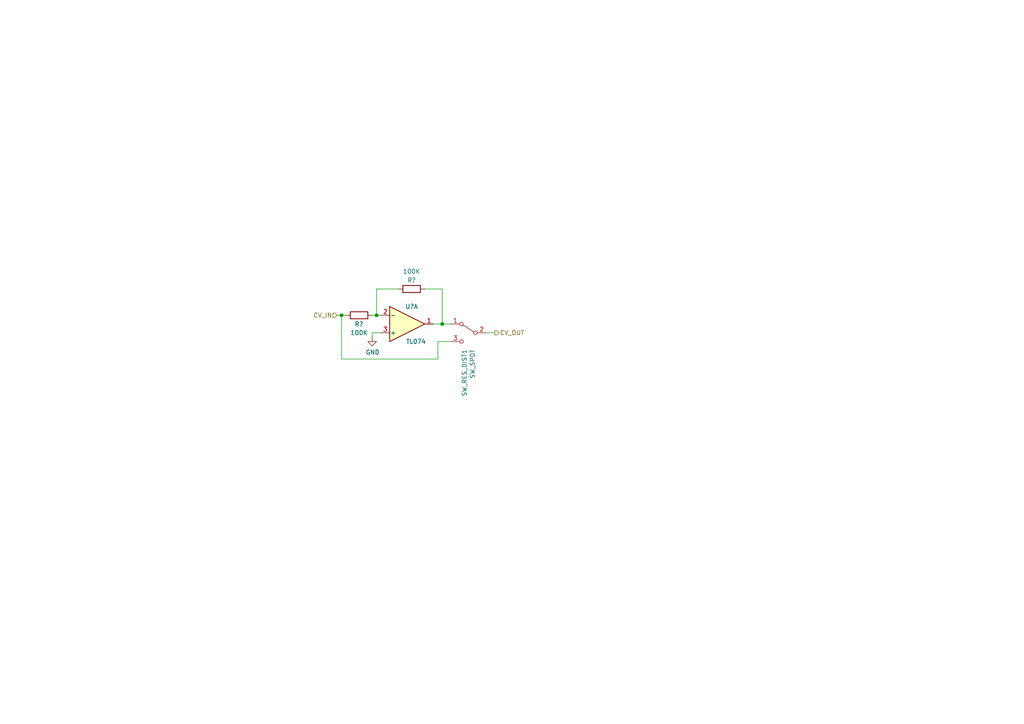
<source format=kicad_sch>
(kicad_sch (version 20230121) (generator eeschema)
  (paper "A4")
  (lib_symbols
    (symbol "Amplifier_Operational:TL074" (pin_names (offset 0.127))
      (property "Reference" "U" (at 0 5.08 0))
      (property "Value" "TL074" (at 0 -5.08 0))
      (symbol "TL074_1_1"
        (polyline (pts (xy -5.08 5.08) (xy 5.08 0) (xy -5.08 -5.08) (xy -5.08 5.08)) (stroke (width 0.254)) (fill (type background)))
        (pin output line (at 7.62 0 180) (length 2.54) (name "~") (number "1"))
        (pin input line (at -7.62 -2.54 0) (length 2.54) (name "-") (number "2"))
        (pin input line (at -7.62 2.54 0) (length 2.54) (name "+") (number "3"))
      )
      (symbol "TL074_2_1"
        (polyline (pts (xy -5.08 5.08) (xy 5.08 0) (xy -5.08 -5.08) (xy -5.08 5.08)) (stroke (width 0.254)) (fill (type background)))
        (pin input line (at -7.62 2.54 0) (length 2.54) (name "+") (number "5"))
        (pin input line (at -7.62 -2.54 0) (length 2.54) (name "-") (number "6"))
        (pin output line (at 7.62 0 180) (length 2.54) (name "~") (number "7"))
      )
      (symbol "TL074_3_1"
        (polyline (pts (xy -5.08 5.08) (xy 5.08 0) (xy -5.08 -5.08) (xy -5.08 5.08)) (stroke (width 0.254)) (fill (type background)))
        (pin input line (at -7.62 2.54 0) (length 2.54) (name "+") (number "10"))
        (pin output line (at 7.62 0 180) (length 2.54) (name "~") (number "8"))
        (pin input line (at -7.62 -2.54 0) (length 2.54) (name "-") (number "9"))
      )
      (symbol "TL074_4_1"
        (polyline (pts (xy -5.08 5.08) (xy 5.08 0) (xy -5.08 -5.08) (xy -5.08 5.08)) (stroke (width 0.254)) (fill (type background)))
        (pin input line (at -7.62 2.54 0) (length 2.54) (name "+") (number "12"))
        (pin input line (at -7.62 -2.54 0) (length 2.54) (name "-") (number "13"))
        (pin output line (at 7.62 0 180) (length 2.54) (name "~") (number "14"))
      )
      (symbol "TL074_5_1"
        (pin power_in line (at -2.54 -7.62 90) (length 3.81) (name "V-") (number "11"))
        (pin power_in line (at -2.54 7.62 270) (length 3.81) (name "V+") (number "4"))
      )
    )
    (symbol "Device:R" (pin_numbers hide) (pin_names (offset 0))
      (property "Reference" "R" (at 2.032 0 90))
      (property "Value" "R" (at 0 0 90))
      (symbol "R_0_1"
        (rectangle (start -1.016 -2.54) (end 1.016 2.54) (stroke (width 0.254)))
      )
      (symbol "R_1_1"
        (pin passive line (at 0 3.81 270) (length 1.27) (name "~") (number "1"))
        (pin passive line (at 0 -3.81 90) (length 1.27) (name "~") (number "2"))
      )
    )
    (symbol "Switch:SW_SPDT" (pin_names (offset 0) hide)
      (property "Reference" "SW" (at 0 4.318 0))
      (property "Value" "SW_SPDT" (at 0 -5.08 0))
      (symbol "SW_SPDT_0_0"
        (circle (center -2.032 0) (radius 0.508))
        (circle (center 2.032 -2.54) (radius 0.508))
      )
      (symbol "SW_SPDT_0_1"
        (polyline (pts (xy -1.524 0.254) (xy 1.651 2.286)))
        (circle (center 2.032 2.54) (radius 0.508))
      )
      (symbol "SW_SPDT_1_1"
        (pin passive line (at 5.08 2.54 180) (length 2.54) (name "A") (number "1"))
        (pin passive line (at -5.08 0 0) (length 2.54) (name "B") (number "2"))
        (pin passive line (at 5.08 -2.54 180) (length 2.54) (name "C") (number "3"))
      )
    )
    (symbol "power:GND" (power) (pin_names (offset 0))
      (property "Value" "GND" (at 0 -3.81 0))
      (symbol "GND_0_1"
        (polyline (pts (xy 0 0) (xy 0 -1.27) (xy 1.27 -1.27) (xy 0 -2.54) (xy -1.27 -1.27) (xy 0 -1.27)))
      )
      (symbol "GND_1_1"
        (pin power_in line (at 0 0 270) (length 0) hide (name "GND") (number "1"))
      )
    )
  )
  (junction (at 128.27 93.98))
  (junction (at 99.06 91.44))
  (junction (at 109.22 91.44))
  (wire (pts (xy 99.06 104.14) (xy 127 104.14)))
  (wire (pts (xy 99.06 91.44) (xy 99.06 104.14)))
  (wire (pts (xy 127 104.14) (xy 127 99.06)))
  (wire (pts (xy 107.95 96.52) (xy 107.95 97.79)))
  (wire (pts (xy 109.22 91.44) (xy 110.49 91.44)))
  (wire (pts (xy 128.27 93.98) (xy 125.73 93.98)))
  (wire (pts (xy 97.79 91.44) (xy 99.06 91.44)))
  (wire (pts (xy 123.19 83.82) (xy 128.27 83.82)))
  (wire (pts (xy 128.27 83.82) (xy 128.27 93.98)))
  (wire (pts (xy 109.22 91.44) (xy 109.22 83.82)))
  (wire (pts (xy 109.22 83.82) (xy 115.57 83.82)))
  (wire (pts (xy 140.97 96.52) (xy 143.51 96.52)))
  (wire (pts (xy 127 99.06) (xy 130.81 99.06)))
  (wire (pts (xy 107.95 91.44) (xy 109.22 91.44)))
  (wire (pts (xy 99.06 91.44) (xy 100.33 91.44)))
  (wire (pts (xy 128.27 93.98) (xy 130.81 93.98)))
  (wire (pts (xy 110.49 96.52) (xy 107.95 96.52)))
  (hierarchical_label "CV_IN" (shape input) (at 97.79 91.44 180))
  (hierarchical_label "CV_OUT" (shape output) (at 143.51 96.52 0))
  (symbol (lib_id "power:GND") (at 107.95 97.79 0) (unit 1)
    (property "Reference" "#PWR026" (effects hide))
    (property "Value" "GND" (at 108.077 102.1842 0))
    (instances (project "Schraeg" (path "" (reference "#PWR?") (unit 1)) (path "" (reference "#PWR026") (unit 1)) (path "" (reference "#PWR066") (unit 1)) (path "" (reference "#PWR071") (unit 1)) (path "" (reference "#PWR072") (unit 1)) (path "" (reference "#PWR073") (unit 1)) (path "" (reference "#PWR074") (unit 1))))
  )
  (symbol (lib_id "Device:R") (at 104.14 91.44 270) (unit 1)
    (property "Reference" "R37" (at 104.14 93.98 90))
    (property "Value" "100K" (at 104.14 96.52 90))
    (property "Footprint" "Resistor_SMD:R_0603_1608Metric_Pad1.05x0.95mm_HandSolder" (effects hide))
    (instances (project "Schraeg" (path "" (reference "R?") (unit 1)) (path "" (reference "R39") (unit 1)) (path "" (reference "R78") (unit 1)) (path "" (reference "R85") (unit 1)) (path "" (reference "R87") (unit 1)) (path "" (reference "R89") (unit 1)) (path "" (reference "R91") (unit 1))))
  )
  (symbol (lib_id "Amplifier_Operational:TL074") (at 118.11 93.98 0) (mirror x) (unit 2)
    (property "Reference" "U4" (at 119.38 88.9 0))
    (property "Value" "TL074" (at 120.65 99.06 0))
    (property "Footprint" "Package_SO:SOIC-14_3.9x8.7mm_P1.27mm" (effects hide))
    (property "Datasheet" "http://www.ti.com/lit/ds/symlink/tl071.pdf" (effects hide))
    (instances (project "Schraeg" (path "" (reference "U?") (unit 1)) (path "" (reference "U9") (unit 1)) (path "" (reference "U19") (unit 1)) (path "" (reference "U4") (unit 2)) (path "" (reference "U6") (unit 2)) (path "" (reference "U7") (unit 2)) (path "" (reference "U8") (unit 2))))
  )
  (symbol (lib_id "Switch:SW_SPDT") (at 135.89 96.52 0) (mirror y) (unit 1)
    (property "Reference" "SW_RES_DIST1" (at 134.7216 101.2952 90) (effects (justify right)))
    (property "Value" "SW_SPDT" (at 137.033 101.2952 90) (effects (justify right)))
    (property "Footprint" "Connector_PinHeader_2.54mm:PinHeader_1x03_P2.54mm_Vertical" (effects hide))
    (instances (project "Schraeg" (path "" (reference "SW_RES_DIST1") (unit 1)) (path "" (reference "SW_RES_DIST1") (unit 1)) (path "" (reference "SW_RES_DIST2") (unit 1)) (path "" (reference "SW_RES_DIST3") (unit 1)) (path "" (reference "SW_RES_DIST4") (unit 1)) (path "" (reference "SW_RES_DIST5") (unit 1)) (path "" (reference "SW_RES_DIST6") (unit 1))))
  )
  (symbol (lib_id "Device:R") (at 119.38 83.82 270) (mirror x) (unit 1)
    (property "Reference" "R42" (at 119.38 81.28 90))
    (property "Value" "100K" (at 119.38 78.74 90))
    (property "Footprint" "Resistor_SMD:R_0603_1608Metric_Pad1.05x0.95mm_HandSolder" (effects hide))
    (instances (project "Schraeg" (path "" (reference "R?") (unit 1)) (path "" (reference "R44") (unit 1)) (path "" (reference "R83") (unit 1)) (path "" (reference "R86") (unit 1)) (path "" (reference "R88") (unit 1)) (path "" (reference "R90") (unit 1)) (path "" (reference "R92") (unit 1))))
  )
)
</source>
